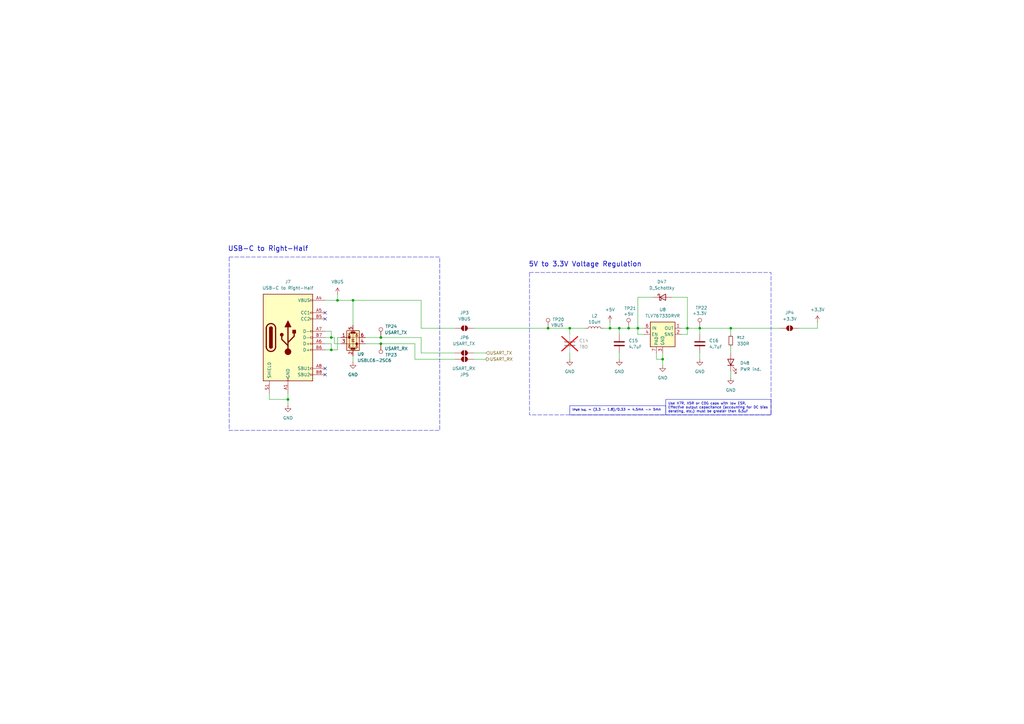
<source format=kicad_sch>
(kicad_sch (version 20250114) (generator "eeschema") (generator_version "9.0")
  (paper "A3")
  (title_block (title "SakurajimaSplit") (date "2025-08-11") (rev "1.0") (company "HayataSama") (comment 1 "https://github.com/HayataSama/SakurajimaSplit"))
  (lib_symbols
    (symbol "Connector:TestPoint" (pin_numbers (hide yes)) (pin_names (offset 0.762) (hide yes))
      (property "Reference" "TP" (at 0 6.858 0))
      (property "Value" "TestPoint" (at 0 5.08 0))
      (symbol "TestPoint_0_1"
        (circle (center 0 3.302) (radius 0.762))
      )
      (symbol "TestPoint_1_1"
        (pin passive line (at 0 0 90) (length 2.54) (name "1") (number "1"))
      )
    )
    (symbol "Connector:USB_C_Receptacle_USB2.0_16P" (pin_names (offset 1.016))
      (property "Reference" "J" (at 0 22.225 0))
      (property "Value" "USB_C_Receptacle_USB2.0_16P" (at 0 19.685 0))
      (symbol "USB_C_Receptacle_USB2.0_16P_0_0"
        (rectangle (start -0.254 -17.78) (end 0.254 -16.764))
        (rectangle (start 10.16 15.494) (end 9.144 14.986))
        (rectangle (start 10.16 10.414) (end 9.144 9.906))
        (rectangle (start 10.16 7.874) (end 9.144 7.366))
        (rectangle (start 10.16 2.794) (end 9.144 2.286))
        (rectangle (start 10.16 0.254) (end 9.144 -0.254))
        (rectangle (start 10.16 -2.286) (end 9.144 -2.794))
        (rectangle (start 10.16 -4.826) (end 9.144 -5.334))
        (rectangle (start 10.16 -12.446) (end 9.144 -12.954))
        (rectangle (start 10.16 -14.986) (end 9.144 -15.494))
      )
      (symbol "USB_C_Receptacle_USB2.0_16P_0_1"
        (rectangle (start -10.16 17.78) (end 10.16 -17.78) (stroke (width 0.254)) (fill (type background)))
        (polyline (pts (xy -8.89 -3.81) (xy -8.89 3.81)) (stroke (width 0.508)))
        (rectangle (start -7.62 -3.81) (end -6.35 3.81) (stroke (width 0.254)) (fill (type outline)))
        (arc (start -7.62 3.81) (mid -6.985 4.4423) (end -6.35 3.81) (stroke (width 0.254)))
        (arc (start -7.62 3.81) (mid -6.985 4.4423) (end -6.35 3.81) (stroke (width 0.254)) (fill (type outline)))
        (arc (start -8.89 3.81) (mid -6.985 5.7067) (end -5.08 3.81) (stroke (width 0.508)))
        (arc (start -5.08 -3.81) (mid -6.985 -5.7067) (end -8.89 -3.81) (stroke (width 0.508)))
        (arc (start -6.35 -3.81) (mid -6.985 -4.4423) (end -7.62 -3.81) (stroke (width 0.254)))
        (arc (start -6.35 -3.81) (mid -6.985 -4.4423) (end -7.62 -3.81) (stroke (width 0.254)) (fill (type outline)))
        (polyline (pts (xy -5.08 3.81) (xy -5.08 -3.81)) (stroke (width 0.508)))
        (circle (center -2.54 1.143) (radius 0.635) (stroke (width 0.254)) (fill (type outline)))
        (polyline (pts (xy -1.27 4.318) (xy 0 6.858) (xy 1.27 4.318) (xy -1.27 4.318)) (stroke (width 0.254)) (fill (type outline)))
        (polyline (pts (xy 0 -2.032) (xy 2.54 0.508) (xy 2.54 1.778)) (stroke (width 0.508)))
        (polyline (pts (xy 0 -3.302) (xy -2.54 -0.762) (xy -2.54 0.508)) (stroke (width 0.508)))
        (polyline (pts (xy 0 -5.842) (xy 0 4.318)) (stroke (width 0.508)))
        (circle (center 0 -5.842) (radius 1.27) (fill (type outline)))
        (rectangle (start 1.905 1.778) (end 3.175 3.048) (stroke (width 0.254)) (fill (type outline)))
      )
      (symbol "USB_C_Receptacle_USB2.0_16P_1_1"
        (pin passive line (at -7.62 -22.86 90) (length 5.08) (name "SHIELD") (number "S1"))
        (pin passive line (at 0 -22.86 90) (length 5.08) (name "GND") (number "A1"))
        (pin passive line (at 0 -22.86 90) (length 5.08) (hide yes) (name "GND") (number "A12"))
        (pin passive line (at 0 -22.86 90) (length 5.08) (hide yes) (name "GND") (number "B1"))
        (pin passive line (at 0 -22.86 90) (length 5.08) (hide yes) (name "GND") (number "B12"))
        (pin passive line (at 15.24 15.24 180) (length 5.08) (name "VBUS") (number "A4"))
        (pin passive line (at 15.24 15.24 180) (length 5.08) (hide yes) (name "VBUS") (number "A9"))
        (pin passive line (at 15.24 15.24 180) (length 5.08) (hide yes) (name "VBUS") (number "B4"))
        (pin passive line (at 15.24 15.24 180) (length 5.08) (hide yes) (name "VBUS") (number "B9"))
        (pin bidirectional line (at 15.24 10.16 180) (length 5.08) (name "CC1") (number "A5"))
        (pin bidirectional line (at 15.24 7.62 180) (length 5.08) (name "CC2") (number "B5"))
        (pin bidirectional line (at 15.24 2.54 180) (length 5.08) (name "D-") (number "A7"))
        (pin bidirectional line (at 15.24 0 180) (length 5.08) (name "D-") (number "B7"))
        (pin bidirectional line (at 15.24 -2.54 180) (length 5.08) (name "D+") (number "A6"))
        (pin bidirectional line (at 15.24 -5.08 180) (length 5.08) (name "D+") (number "B6"))
        (pin bidirectional line (at 15.24 -12.7 180) (length 5.08) (name "SBU1") (number "A8"))
        (pin bidirectional line (at 15.24 -15.24 180) (length 5.08) (name "SBU2") (number "B8"))
      )
    )
    (symbol "Device:C" (pin_numbers (hide yes)) (pin_names (offset 0.254))
      (property "Reference" "C" (at 0.635 2.54 0))
      (property "Value" "C" (at 0.635 -2.54 0))
      (symbol "C_0_1"
        (polyline (pts (xy -2.032 0.762) (xy 2.032 0.762)) (stroke (width 0.508)))
        (polyline (pts (xy -2.032 -0.762) (xy 2.032 -0.762)) (stroke (width 0.508)))
      )
      (symbol "C_1_1"
        (pin passive line (at 0 3.81 270) (length 2.794) (name "~") (number "1"))
        (pin passive line (at 0 -3.81 90) (length 2.794) (name "~") (number "2"))
      )
    )
    (symbol "Device:D_Schottky" (pin_numbers (hide yes)) (pin_names (offset 1.016) (hide yes))
      (property "Reference" "D" (at 0 2.54 0))
      (property "Value" "D_Schottky" (at 0 -2.54 0))
      (symbol "D_Schottky_0_1"
        (polyline (pts (xy -1.905 0.635) (xy -1.905 1.27) (xy -1.27 1.27) (xy -1.27 -1.27) (xy -0.635 -1.27) (xy -0.635 -0.635)) (stroke (width 0.254)))
        (polyline (pts (xy 1.27 1.27) (xy 1.27 -1.27) (xy -1.27 0) (xy 1.27 1.27)) (stroke (width 0.254)))
        (polyline (pts (xy 1.27 0) (xy -1.27 0)))
      )
      (symbol "D_Schottky_1_1"
        (pin passive line (at -3.81 0 0) (length 2.54) (name "K") (number "1"))
        (pin passive line (at 3.81 0 180) (length 2.54) (name "A") (number "2"))
      )
    )
    (symbol "Device:L" (pin_numbers (hide yes)) (pin_names (offset 1.016) (hide yes))
      (property "Reference" "L" (at -1.27 0 90))
      (property "Value" "L" (at 1.905 0 90))
      (symbol "L_0_1"
        (arc (start 0 2.54) (mid 0.6323 1.905) (end 0 1.27))
        (arc (start 0 1.27) (mid 0.6323 0.635) (end 0 0))
        (arc (start 0 0) (mid 0.6323 -0.635) (end 0 -1.27))
        (arc (start 0 -1.27) (mid 0.6323 -1.905) (end 0 -2.54))
      )
      (symbol "L_1_1"
        (pin passive line (at 0 3.81 270) (length 1.27) (name "1") (number "1"))
        (pin passive line (at 0 -3.81 90) (length 1.27) (name "2") (number "2"))
      )
    )
    (symbol "Device:LED" (pin_numbers (hide yes)) (pin_names (offset 1.016) (hide yes))
      (property "Reference" "D" (at 0 2.54 0))
      (property "Value" "LED" (at 0 -2.54 0))
      (symbol "LED_0_1"
        (polyline (pts (xy -3.048 -0.762) (xy -4.572 -2.286) (xy -3.81 -2.286) (xy -4.572 -2.286) (xy -4.572 -1.524)))
        (polyline (pts (xy -1.778 -0.762) (xy -3.302 -2.286) (xy -2.54 -2.286) (xy -3.302 -2.286) (xy -3.302 -1.524)))
        (polyline (pts (xy -1.27 0) (xy 1.27 0)))
        (polyline (pts (xy -1.27 -1.27) (xy -1.27 1.27)) (stroke (width 0.254)))
        (polyline (pts (xy 1.27 -1.27) (xy 1.27 1.27) (xy -1.27 0) (xy 1.27 -1.27)) (stroke (width 0.254)))
      )
      (symbol "LED_1_1"
        (pin passive line (at -3.81 0 0) (length 2.54) (name "K") (number "1"))
        (pin passive line (at 3.81 0 180) (length 2.54) (name "A") (number "2"))
      )
    )
    (symbol "Device:R_Small" (pin_numbers (hide yes)) (pin_names (offset 0.254) (hide yes))
      (property "Reference" "R" (at 0 0 90))
      (property "Value" "R_Small" (at 1.778 0 90))
      (symbol "R_Small_0_1"
        (rectangle (start -0.762 1.778) (end 0.762 -1.778) (stroke (width 0.2032)))
      )
      (symbol "R_Small_1_1"
        (pin passive line (at 0 2.54 270) (length 0.762) (name "~") (number "1"))
        (pin passive line (at 0 -2.54 90) (length 0.762) (name "~") (number "2"))
      )
    )
    (symbol "Jumper:SolderJumper_2_Open" (pin_numbers (hide yes)) (pin_names (offset 0) (hide yes)) (in_bom no)
      (property "Reference" "JP" (at 0 2.032 0))
      (property "Value" "SolderJumper_2_Open" (at 0 -2.54 0))
      (symbol "SolderJumper_2_Open_0_1"
        (polyline (pts (xy -0.254 1.016) (xy -0.254 -1.016)))
        (arc (start -0.254 -1.016) (mid -1.2656 0) (end -0.254 1.016))
        (arc (start -0.254 -1.016) (mid -1.2656 0) (end -0.254 1.016) (fill (type outline)))
        (arc (start 0.254 1.016) (mid 1.2656 0) (end 0.254 -1.016))
        (arc (start 0.254 1.016) (mid 1.2656 0) (end 0.254 -1.016) (fill (type outline)))
        (polyline (pts (xy 0.254 1.016) (xy 0.254 -1.016)))
      )
      (symbol "SolderJumper_2_Open_1_1"
        (pin passive line (at -3.81 0 0) (length 2.54) (name "A") (number "1"))
        (pin passive line (at 3.81 0 180) (length 2.54) (name "B") (number "2"))
      )
    )
    (symbol "Power_Protection:USBLC6-2SC6" (pin_names (hide yes))
      (property "Reference" "U" (at 0.635 5.715 0))
      (property "Value" "USBLC6-2SC6" (at 0.635 3.81 0))
      (symbol "USBLC6-2SC6_0_0"
        (circle (center -1.524 0) (radius 0.0001) (stroke (width 0.508)))
        (circle (center -0.508 2.032) (radius 0.0001) (stroke (width 0.508)))
        (circle (center -0.508 -4.572) (radius 0.0001) (stroke (width 0.508)))
        (circle (center 0.508 2.032) (radius 0.0001) (stroke (width 0.508)))
        (circle (center 0.508 -4.572) (radius 0.0001) (stroke (width 0.508)))
        (circle (center 1.524 -2.54) (radius 0.0001) (stroke (width 0.508)))
      )
      (symbol "USBLC6-2SC6_0_1"
        (polyline (pts (xy -2.54 0) (xy 2.54 0)))
        (polyline (pts (xy -2.54 -2.54) (xy 2.54 -2.54)))
        (polyline (pts (xy -2.032 0.508) (xy -1.016 0.508) (xy -1.524 1.524) (xy -2.032 0.508)))
        (polyline (pts (xy -2.032 -3.048) (xy -1.016 -3.048)))
        (polyline (pts (xy -1.016 1.524) (xy -2.032 1.524)))
        (polyline (pts (xy -1.016 -4.064) (xy -2.032 -4.064) (xy -1.524 -3.048) (xy -1.016 -4.064)))
        (polyline (pts (xy -0.508 -1.143) (xy -0.508 -0.762) (xy 0.508 -0.762)))
        (polyline (pts (xy 0 2.54) (xy -0.508 2.032) (xy 0.508 2.032) (xy 0 1.524) (xy 0 -4.064) (xy -0.508 -4.572) (xy 0.508 -4.572) (xy 0 -5.08)))
        (polyline (pts (xy 0.508 -1.778) (xy -0.508 -1.778) (xy 0 -0.762) (xy 0.508 -1.778)))
        (polyline (pts (xy 1.016 1.524) (xy 2.032 1.524)))
        (polyline (pts (xy 1.016 -3.048) (xy 2.032 -3.048)))
        (polyline (pts (xy 2.032 0.508) (xy 1.016 0.508) (xy 1.524 1.524) (xy 2.032 0.508)))
        (polyline (pts (xy 2.032 -4.064) (xy 1.016 -4.064) (xy 1.524 -3.048) (xy 2.032 -4.064)))
      )
      (symbol "USBLC6-2SC6_1_1"
        (rectangle (start -2.54 2.794) (end 2.54 -5.334) (stroke (width 0.254)) (fill (type background)))
        (polyline (pts (xy -0.508 2.032) (xy -1.524 2.032) (xy -1.524 -4.572) (xy -0.508 -4.572)))
        (polyline (pts (xy 0.508 -4.572) (xy 1.524 -4.572) (xy 1.524 2.032) (xy 0.508 2.032)))
        (pin passive line (at -5.08 0 0) (length 2.54) (name "I/O1") (number "1"))
        (pin passive line (at -5.08 -2.54 0) (length 2.54) (name "I/O2") (number "3"))
        (pin passive line (at 0 5.08 270) (length 2.54) (name "VBUS") (number "5"))
        (pin passive line (at 0 -7.62 90) (length 2.54) (name "GND") (number "2"))
        (pin passive line (at 5.08 0 180) (length 2.54) (name "I/O1") (number "6"))
        (pin passive line (at 5.08 -2.54 180) (length 2.54) (name "I/O2") (number "4"))
      )
    )
    (symbol "Regulator_Linear:TLV76733DRVx"
      (property "Reference" "U" (at 0 8.89 0))
      (property "Value" "TLV76733DRVx" (at 0 6.35 0))
      (symbol "TLV76733DRVx_0_1"
        (rectangle (start -5.08 -5.08) (end 5.08 5.08) (stroke (width 0.254)) (fill (type background)))
      )
      (symbol "TLV76733DRVx_1_1"
        (pin power_in line (at -7.62 2.54 0) (length 2.54) (name "IN") (number "6"))
        (pin input line (at -7.62 0 0) (length 2.54) (name "EN") (number "4"))
        (pin passive line (at -2.54 -7.62 90) (length 2.54) (name "PAD") (number "7"))
        (pin power_in line (at 0 -7.62 90) (length 2.54) (name "GND") (number "3"))
        (pin passive line (at 0 -7.62 90) (length 2.54) (hide yes) (name "GND") (number "5"))
        (pin power_out line (at 7.62 2.54 180) (length 2.54) (name "OUT") (number "1"))
        (pin input line (at 7.62 0 180) (length 2.54) (name "SNS") (number "2"))
      )
    )
    (symbol "power:+3.3V" (power) (pin_numbers (hide yes)) (pin_names (offset 0) (hide yes))
      (property "Value" "+3.3V" (at 0 3.556 0))
      (symbol "+3.3V_0_1"
        (polyline (pts (xy -0.762 1.27) (xy 0 2.54)))
        (polyline (pts (xy 0 2.54) (xy 0.762 1.27)))
        (polyline (pts (xy 0 0) (xy 0 2.54)))
      )
      (symbol "+3.3V_1_1"
        (pin power_in line (at 0 0 90) (length 0) (name "~") (number "1"))
      )
    )
    (symbol "power:+5V" (power) (pin_numbers (hide yes)) (pin_names (offset 0) (hide yes))
      (property "Value" "+5V" (at 0 3.556 0))
      (symbol "+5V_0_1"
        (polyline (pts (xy -0.762 1.27) (xy 0 2.54)))
        (polyline (pts (xy 0 2.54) (xy 0.762 1.27)))
        (polyline (pts (xy 0 0) (xy 0 2.54)))
      )
      (symbol "+5V_1_1"
        (pin power_in line (at 0 0 90) (length 0) (name "~") (number "1"))
      )
    )
    (symbol "power:GND" (power) (pin_numbers (hide yes)) (pin_names (offset 0) (hide yes))
      (property "Value" "GND" (at 0 -3.81 0))
      (symbol "GND_0_1"
        (polyline (pts (xy 0 0) (xy 0 -1.27) (xy 1.27 -1.27) (xy 0 -2.54) (xy -1.27 -1.27) (xy 0 -1.27)))
      )
      (symbol "GND_1_1"
        (pin power_in line (at 0 0 270) (length 0) (name "~") (number "1"))
      )
    )
    (symbol "power:VBUS" (power) (pin_numbers (hide yes)) (pin_names (offset 0) (hide yes))
      (property "Value" "VBUS" (at 0 3.556 0))
      (symbol "VBUS_0_1"
        (polyline (pts (xy -0.762 1.27) (xy 0 2.54)))
        (polyline (pts (xy 0 2.54) (xy 0.762 1.27)))
        (polyline (pts (xy 0 0) (xy 0 2.54)))
      )
      (symbol "VBUS_1_1"
        (pin power_in line (at 0 0 90) (length 0) (name "~") (number "1"))
      )
    )
  )
  (rectangle (start 93.98 105.41) (end 180.34 176.53) (stroke (width 0) (type dash)))
  (rectangle (start 217.17 111.76) (end 316.23 170.18) (stroke (width 0) (type dash)))
  (text "USB-C to Right-Half\n" (at 109.982 102.108 0) (effects (font (size 2 2) (thickness 0.254) (bold yes))))
  (text "5V to 3.3V Voltage Regulation\n" (at 240.03 108.458 0) (effects (font (size 2 2) (thickness 0.254) (bold yes))))
  (text_box "Use X7R, X5R or C0G caps with low ESR.\nEffective output capacitance (accounting for DC bias derating, etc.) must be greater than 0.5uF" (at 273.05 163.83 0) (size 43.18 6.35) (margins 0.9525 0.9525 0.9525 0.9525) (effects (font (size 1 1)) (justify left top)))
  (text_box "I_{PWR ind.} = (3.3 - 1.8)/0.33 = 4.5mA -> 5mA" (at 233.68 166.37 0) (size 39.37 3.81) (margins 0.9525 0.9525 0.9525 0.9525) (effects (font (size 1 1)) (justify left top)))
  (junction (at 254 134.62))
  (junction (at 135.89 143.51))
  (junction (at 299.72 134.62))
  (junction (at 135.89 138.43))
  (junction (at 118.11 163.83))
  (junction (at 257.81 134.62))
  (junction (at 156.21 140.97))
  (junction (at 281.94 134.62))
  (junction (at 250.19 134.62))
  (junction (at 287.02 134.62))
  (junction (at 156.21 138.43))
  (junction (at 261.62 134.62))
  (junction (at 224.79 134.62))
  (junction (at 144.78 123.19))
  (junction (at 271.78 147.32))
  (junction (at 138.43 123.19))
  (junction (at 233.68 134.62))
  (no_connect (at 133.35 151.13))
  (no_connect (at 133.35 153.67))
  (no_connect (at 133.35 130.81))
  (no_connect (at 133.35 128.27))
  (wire (pts (xy 271.78 147.32) (xy 271.78 149.86)))
  (wire (pts (xy 138.43 123.19) (xy 144.78 123.19)))
  (wire (pts (xy 149.86 138.43) (xy 156.21 138.43)))
  (wire (pts (xy 172.72 123.19) (xy 172.72 134.62)))
  (wire (pts (xy 194.31 144.78) (xy 199.39 144.78)))
  (wire (pts (xy 281.94 121.92) (xy 281.94 134.62)))
  (wire (pts (xy 299.72 142.24) (xy 299.72 144.78)))
  (wire (pts (xy 135.89 138.43) (xy 137.16 138.43)))
  (wire (pts (xy 299.72 134.62) (xy 320.04 134.62)))
  (wire (pts (xy 250.19 134.62) (xy 254 134.62)))
  (wire (pts (xy 135.89 143.51) (xy 133.35 143.51)))
  (wire (pts (xy 118.11 166.37) (xy 118.11 163.83)))
  (wire (pts (xy 110.49 161.29) (xy 110.49 163.83)))
  (wire (pts (xy 144.78 123.19) (xy 172.72 123.19)))
  (wire (pts (xy 254 134.62) (xy 254 137.16)))
  (wire (pts (xy 327.66 134.62) (xy 335.28 134.62)))
  (wire (pts (xy 254 134.62) (xy 257.81 134.62)))
  (wire (pts (xy 172.72 134.62) (xy 186.69 134.62)))
  (wire (pts (xy 135.89 140.97) (xy 135.89 143.51)))
  (wire (pts (xy 335.28 132.08) (xy 335.28 134.62)))
  (wire (pts (xy 261.62 121.92) (xy 261.62 134.62)))
  (wire (pts (xy 269.24 147.32) (xy 271.78 147.32)))
  (wire (pts (xy 138.43 120.65) (xy 138.43 123.19)))
  (wire (pts (xy 156.21 140.97) (xy 170.18 140.97)))
  (wire (pts (xy 172.72 144.78) (xy 186.69 144.78)))
  (wire (pts (xy 287.02 137.16) (xy 287.02 134.62)))
  (wire (pts (xy 118.11 163.83) (xy 118.11 161.29)))
  (wire (pts (xy 170.18 147.32) (xy 170.18 140.97)))
  (wire (pts (xy 267.97 121.92) (xy 261.62 121.92)))
  (wire (pts (xy 279.4 137.16) (xy 281.94 137.16)))
  (wire (pts (xy 224.79 134.62) (xy 233.68 134.62)))
  (wire (pts (xy 299.72 152.4) (xy 299.72 154.94)))
  (wire (pts (xy 257.81 134.62) (xy 261.62 134.62)))
  (wire (pts (xy 110.49 163.83) (xy 118.11 163.83)))
  (wire (pts (xy 170.18 147.32) (xy 186.69 147.32)))
  (wire (pts (xy 299.72 134.62) (xy 299.72 137.16)))
  (wire (pts (xy 194.31 134.62) (xy 224.79 134.62)))
  (wire (pts (xy 156.21 138.43) (xy 172.72 138.43)))
  (wire (pts (xy 281.94 137.16) (xy 281.94 134.62)))
  (wire (pts (xy 137.16 140.97) (xy 139.7 140.97)))
  (wire (pts (xy 247.65 134.62) (xy 250.19 134.62)))
  (wire (pts (xy 271.78 144.78) (xy 271.78 147.32)))
  (wire (pts (xy 269.24 144.78) (xy 269.24 147.32)))
  (wire (pts (xy 135.89 143.51) (xy 138.43 143.51)))
  (wire (pts (xy 287.02 144.78) (xy 287.02 147.32)))
  (wire (pts (xy 133.35 140.97) (xy 135.89 140.97)))
  (wire (pts (xy 137.16 138.43) (xy 137.16 140.97)))
  (wire (pts (xy 144.78 123.19) (xy 144.78 133.35)))
  (wire (pts (xy 233.68 134.62) (xy 240.03 134.62)))
  (wire (pts (xy 194.31 147.32) (xy 199.39 147.32)))
  (wire (pts (xy 281.94 134.62) (xy 287.02 134.62)))
  (wire (pts (xy 254 144.78) (xy 254 147.32)))
  (wire (pts (xy 261.62 134.62) (xy 264.16 134.62)))
  (wire (pts (xy 172.72 144.78) (xy 172.72 138.43)))
  (wire (pts (xy 275.59 121.92) (xy 281.94 121.92)))
  (wire (pts (xy 144.78 146.05) (xy 144.78 148.59)))
  (wire (pts (xy 279.4 134.62) (xy 281.94 134.62)))
  (wire (pts (xy 261.62 137.16) (xy 261.62 134.62)))
  (wire (pts (xy 133.35 123.19) (xy 138.43 123.19)))
  (wire (pts (xy 287.02 134.62) (xy 299.72 134.62)))
  (wire (pts (xy 133.35 135.89) (xy 135.89 135.89)))
  (wire (pts (xy 133.35 138.43) (xy 135.89 138.43)))
  (wire (pts (xy 250.19 132.08) (xy 250.19 134.62)))
  (wire (pts (xy 233.68 134.62) (xy 233.68 137.16)))
  (wire (pts (xy 138.43 138.43) (xy 139.7 138.43)))
  (wire (pts (xy 233.68 144.78) (xy 233.68 147.32)))
  (wire (pts (xy 135.89 135.89) (xy 135.89 138.43)))
  (wire (pts (xy 264.16 137.16) (xy 261.62 137.16)))
  (wire (pts (xy 149.86 140.97) (xy 156.21 140.97)))
  (wire (pts (xy 138.43 143.51) (xy 138.43 138.43)))
  (hierarchical_label "USART_RX" (shape output) (at 199.39 147.32 0))
  (hierarchical_label "USART_TX" (shape input) (at 199.39 144.78 0))
  (symbol (lib_id "power:VBUS") (at 138.43 120.65 0) (unit 1)
    (property "Reference" "#PWR047" (effects (hide yes)))
    (property "Value" "VBUS" (at 138.43 115.57 0))
    (property "Description" "Power symbol creates a global label with name \"VBUS\"" (effects (hide yes)))
  )
  (symbol (lib_id "Connector:TestPoint") (at 257.81 134.62 0) (unit 1) (in_bom no)
    (property "Reference" "TP21" (at 256.032 126.492 0) (effects (justify left)))
    (property "Value" "+5V" (at 255.778 128.778 0) (effects (justify left)))
    (property "Footprint" "Hayata_Lib:TestPoint_Pad_Circular_1.3mm" (effects (hide yes)))
    (property "Description" "test point" (effects (hide yes)))
  )
  (symbol (lib_id "power:GND") (at 254 147.32 0) (unit 1)
    (property "Reference" "#PWR051" (effects (hide yes)))
    (property "Value" "GND" (at 254 152.4 0))
    (property "Description" "Power symbol creates a global label with name \"GND\" , ground" (effects (hide yes)))
  )
  (symbol (lib_id "power:GND") (at 118.11 166.37 0) (unit 1)
    (property "Reference" "#PWR056" (effects (hide yes)))
    (property "Value" "GND" (at 118.11 171.45 0))
    (property "Description" "Power symbol creates a global label with name \"GND\" , ground" (effects (hide yes)))
  )
  (symbol (lib_id "Device:R_Small") (at 299.72 139.7 0) (unit 1)
    (property "Reference" "R12" (at 302.26 138.4299 0) (effects (font (size 1.016 1.016)) (justify left)))
    (property "Value" "330R" (at 302.26 140.9699 0) (effects (justify left)))
    (property "Footprint" "Resistor_SMD:R_0603_1608Metric" (effects (hide yes)))
    (property "Description" "Resistor, small symbol" (effects (hide yes)))
    (property "Distributor Link" "https://lionelectronic.ir/products/1182-SER0603F330R" (effects (hide yes)))
    (property "Manufacturer" "VO Sub Brand (ER)" (effects (hide yes)))
    (property "Manufacturer Part No." "SER0603F330R" (effects (hide yes)))
  )
  (symbol (lib_id "power:+3.3V") (at 335.28 132.08 0) (unit 1)
    (property "Reference" "#PWR049" (effects (hide yes)))
    (property "Value" "+3.3V" (at 335.28 127 0))
    (property "Description" "Power symbol creates a global label with name \"+3.3V\"" (effects (hide yes)))
  )
  (symbol (lib_id "Connector:USB_C_Receptacle_USB2.0_16P") (at 118.11 138.43 0) (unit 1)
    (property "Reference" "J7" (at 118.11 115.57 0))
    (property "Value" "USB-C to Right-Half" (at 118.11 118.11 0))
    (property "Footprint" "Connector_USB:USB_C_Receptacle_G-Switch_GT-USB-7010ASV" (effects (hide yes)))
    (property "Datasheet" "https://www.usb.org/sites/default/files/documents/usb_type-c.zip" (effects (hide yes)))
    (property "Description" "USB 2.0-only 16P Type-C Receptacle connector" (effects (hide yes)))
    (property "Distributor Link" "https://lionelectronic.ir/products/3242-GT-USB-7010ASV" (effects (hide yes)))
    (property "Manufacturer" "G-Switch" (effects (hide yes)))
    (property "Manufacturer Part No." "GT-USB-7010ASV" (effects (hide yes)))
  )
  (symbol (lib_id "Device:C") (at 233.68 140.97 0) (unit 1) (dnp yes)
    (property "Reference" "C14" (at 237.49 139.6999 0) (effects (justify left)))
    (property "Value" "TBD" (at 237.49 142.2399 0) (effects (justify left)))
    (property "Footprint" "Capacitor_SMD:C_0805_2012Metric" (effects (hide yes)))
    (property "Description" "Unpolarized capacitor" (effects (hide yes)))
    (property "Distributor Link" "https://lionelectronic.ir/products/4714-GRM21BR61H475KE51L" (effects (hide yes)))
    (property "Manufacturer" "Murata" (effects (hide yes)))
    (property "Manufacturer Part No." "GRM21BR61H475KE51L" (effects (hide yes)))
  )
  (symbol (lib_id "power:GND") (at 144.78 148.59 0) (unit 1)
    (property "Reference" "#PWR053" (effects (hide yes)))
    (property "Value" "GND" (at 144.78 153.67 0))
    (property "Description" "Power symbol creates a global label with name \"GND\" , ground" (effects (hide yes)))
  )
  (symbol (lib_id "Connector:TestPoint") (at 224.79 134.62 0) (unit 1) (in_bom no)
    (property "Reference" "TP20" (at 226.568 131.064 0) (effects (justify left)))
    (property "Value" "VBUS" (at 226.06 133.35 0) (effects (justify left)))
    (property "Footprint" "Hayata_Lib:TestPoint_Pad_Circular_1.3mm" (effects (hide yes)))
    (property "Description" "test point" (effects (hide yes)))
  )
  (symbol (lib_id "Connector:TestPoint") (at 287.02 134.62 0) (unit 1) (in_bom no)
    (property "Reference" "TP22" (at 285.242 126.238 0) (effects (justify left)))
    (property "Value" "+3.3V" (at 283.972 128.524 0) (effects (justify left)))
    (property "Footprint" "Hayata_Lib:TestPoint_Pad_Circular_1.3mm" (effects (hide yes)))
    (property "Description" "test point" (effects (hide yes)))
  )
  (symbol (lib_id "Device:C") (at 254 140.97 0) (unit 1)
    (property "Reference" "C15" (at 257.81 139.6999 0) (effects (justify left)))
    (property "Value" "4.7uF" (at 257.81 142.2399 0) (effects (justify left)))
    (property "Footprint" "Capacitor_SMD:C_0805_2012Metric" (effects (hide yes)))
    (property "Description" "Unpolarized capacitor" (effects (hide yes)))
    (property "Distributor Link" "https://lionelectronic.ir/products/4714-GRM21BR61H475KE51L" (effects (hide yes)))
    (property "Manufacturer" "Murata" (effects (hide yes)))
    (property "Manufacturer Part No." "GRM21BR61H475KE51L" (effects (hide yes)))
  )
  (symbol (lib_id "power:GND") (at 287.02 147.32 0) (unit 1)
    (property "Reference" "#PWR052" (effects (hide yes)))
    (property "Value" "GND" (at 287.02 152.4 0))
    (property "Description" "Power symbol creates a global label with name \"GND\" , ground" (effects (hide yes)))
  )
  (symbol (lib_id "Regulator_Linear:TLV76733DRVx") (at 271.78 137.16 0) (unit 1)
    (property "Reference" "U8" (at 271.78 127 0))
    (property "Value" "TLV76733DRVR" (at 271.78 129.54 0))
    (property "Footprint" "Package_SON:WSON-6-1EP_2x2mm_P0.65mm_EP1x1.6mm_ThermalVias" (effects (hide yes)))
    (property "Datasheet" "www.ti.com/lit/gpn/TLV767" (effects (hide yes)))
    (property "Description" "1A Precision Linear Voltage Regulator, with enable pin, Fixed Output 3.3V, WSON6" (effects (hide yes)))
    (property "Distributor Link" "https://lionelectronic.ir/products/4877-TLV76733DRVR" (effects (hide yes)))
    (property "Manufacturer" "Texas Instruments" (effects (hide yes)))
    (property "Manufacturer Part No." "TLV76733DRVR" (effects (hide yes)))
  )
  (symbol (lib_id "Jumper:SolderJumper_2_Open") (at 190.5 144.78 0) (unit 1) (in_bom no)
    (property "Reference" "JP6" (at 190.5 138.43 0))
    (property "Value" "USART_TX" (at 190.246 140.97 0))
    (property "Footprint" "Jumper:SolderJumper-2_P1.3mm_Open_TrianglePad1.0x1.5mm" (effects (hide yes)))
    (property "Description" "Solder Jumper, 2-pole, open" (effects (hide yes)))
  )
  (symbol (lib_id "Power_Protection:USBLC6-2SC6") (at 144.78 138.43 0) (unit 1)
    (property "Reference" "U9" (at 146.558 145.288 0) (effects (justify left)))
    (property "Value" "USBLC6-2SC6" (at 146.558 147.828 0) (effects (justify left)))
    (property "Footprint" "Package_TO_SOT_SMD:SOT-23-6" (effects (hide yes)))
    (property "Datasheet" "https://www.st.com/resource/en/datasheet/usblc6-2.pdf" (effects (hide yes)))
    (property "Description" "Very low capacitance ESD protection diode, 2 data-line, SOT-23-6" (effects (hide yes)))
    (property "Distributor Link" "https://lionelectronic.ir/products/4780-USBLC6-4SC6" (effects (hide yes)))
    (property "Manufacturer" "STMicroelectronics" (effects (hide yes)))
    (property "Manufacturer Part No." "USBLC6-4SC6" (effects (hide yes)))
  )
  (symbol (lib_id "power:GND") (at 233.68 147.32 0) (unit 1)
    (property "Reference" "#PWR050" (effects (hide yes)))
    (property "Value" "GND" (at 233.68 152.4 0))
    (property "Description" "Power symbol creates a global label with name \"GND\" , ground" (effects (hide yes)))
  )
  (symbol (lib_id "Connector:TestPoint") (at 156.21 140.97 0) (mirror x) (unit 1) (in_bom no)
    (property "Reference" "TP23" (at 157.988 145.542 0) (effects (justify left)))
    (property "Value" "USART_RX" (at 157.734 143.002 0) (effects (justify left)))
    (property "Footprint" "Hayata_Lib:TestPoint_Pad_Circular_1.3mm" (effects (hide yes)))
    (property "Description" "test point" (effects (hide yes)))
  )
  (symbol (lib_id "power:GND") (at 271.78 149.86 0) (unit 1)
    (property "Reference" "#PWR054" (effects (hide yes)))
    (property "Value" "GND" (at 271.78 154.94 0))
    (property "Description" "Power symbol creates a global label with name \"GND\" , ground" (effects (hide yes)))
  )
  (symbol (lib_id "Device:C") (at 287.02 140.97 0) (unit 1)
    (property "Reference" "C16" (at 290.83 139.6999 0) (effects (justify left)))
    (property "Value" "4.7uF" (at 290.83 142.2399 0) (effects (justify left)))
    (property "Footprint" "Capacitor_SMD:C_0805_2012Metric" (effects (hide yes)))
    (property "Description" "Unpolarized capacitor" (effects (hide yes)))
    (property "Distributor Link" "https://lionelectronic.ir/products/4714-GRM21BR61H475KE51L" (effects (hide yes)))
    (property "Manufacturer" "Murata" (effects (hide yes)))
    (property "Manufacturer Part No." "GRM21BR61H475KE51L" (effects (hide yes)))
  )
  (symbol (lib_id "power:+5V") (at 250.19 132.08 0) (unit 1)
    (property "Reference" "#PWR048" (effects (hide yes)))
    (property "Value" "+5V" (at 250.19 127 0))
    (property "Description" "Power symbol creates a global label with name \"+5V\"" (effects (hide yes)))
  )
  (symbol (lib_id "Connector:TestPoint") (at 156.21 138.43 0) (unit 1) (in_bom no)
    (property "Reference" "TP24" (at 157.988 133.858 0) (effects (justify left)))
    (property "Value" "USART_TX" (at 157.734 136.398 0) (effects (justify left)))
    (property "Footprint" "Hayata_Lib:TestPoint_Pad_Circular_1.3mm" (effects (hide yes)))
    (property "Description" "test point" (effects (hide yes)))
  )
  (symbol (lib_id "Device:D_Schottky") (at 271.78 121.92 0) (unit 1)
    (property "Reference" "D47" (at 271.4625 115.57 0))
    (property "Value" "D_Schottky" (at 271.4625 118.11 0))
    (property "Footprint" "Diode_SMD:D_SOD-123" (effects (hide yes)))
    (property "Description" "Schottky diode" (effects (hide yes)))
    (property "Distributor Link" "https://lionelectronic.ir/products/5692-B0530W-7-F" (effects (hide yes)))
    (property "Manufacturer" "Diodes Incorporated" (effects (hide yes)))
    (property "Manufacturer Part No." "B0530W-7-F" (effects (hide yes)))
  )
  (symbol (lib_id "Device:L") (at 243.84 134.62 90) (unit 1)
    (property "Reference" "L2" (at 243.84 129.54 90))
    (property "Value" "10uH" (at 243.84 132.08 90))
    (property "Footprint" "Inductor_SMD:L_1210_3225Metric" (effects (hide yes)))
    (property "Description" "Inductor" (effects (hide yes)))
    (property "Distributor Link" "https://lionelectronic.ir/products/4794-DFE322512F-100M%3DP2" (effects (hide yes)))
    (property "Manufacturer" "Murata" (effects (hide yes)))
    (property "Manufacturer Part No." "DFE322512F-100M" (effects (hide yes)))
  )
  (symbol (lib_id "power:GND") (at 299.72 154.94 0) (unit 1)
    (property "Reference" "#PWR055" (effects (hide yes)))
    (property "Value" "GND" (at 299.72 160.02 0))
    (property "Description" "Power symbol creates a global label with name \"GND\" , ground" (effects (hide yes)))
  )
  (symbol (lib_id "Jumper:SolderJumper_2_Open") (at 323.85 134.62 0) (unit 1) (in_bom no)
    (property "Reference" "JP4" (at 323.85 128.27 0))
    (property "Value" "+3.3V" (at 323.85 130.81 0))
    (property "Footprint" "Jumper:SolderJumper-2_P1.3mm_Open_TrianglePad1.0x1.5mm" (effects (hide yes)))
    (property "Description" "Solder Jumper, 2-pole, open" (effects (hide yes)))
  )
  (symbol (lib_id "Device:LED") (at 299.72 148.59 90) (unit 1)
    (property "Reference" "D48" (at 303.53 148.9074 90) (effects (justify right)))
    (property "Value" "PWR ind." (at 303.53 151.4474 90) (effects (justify right)))
    (property "Footprint" "LED_SMD:LED_0603_1608Metric" (effects (hide yes)))
    (property "Description" "Light emitting diode" (effects (hide yes)))
    (property "Sim.Pins" "1=K 2=A" (effects (hide yes)))
    (property "Distributor Link" "https://lionelectronic.ir/products/2212-XL-1608UGC-04" (effects (hide yes)))
    (property "Manufacturer" "XINGLIGHT" (effects (hide yes)))
    (property "Manufacturer Part No." "XL-1608UGC-04" (effects (hide yes)))
  )
  (symbol (lib_id "Jumper:SolderJumper_2_Open") (at 190.5 134.62 0) (unit 1) (in_bom no)
    (property "Reference" "JP3" (at 190.5 128.27 0))
    (property "Value" "VBUS" (at 190.5 130.81 0))
    (property "Footprint" "Jumper:SolderJumper-2_P1.3mm_Open_TrianglePad1.0x1.5mm" (effects (hide yes)))
    (property "Description" "Solder Jumper, 2-pole, open" (effects (hide yes)))
  )
  (symbol (lib_id "Jumper:SolderJumper_2_Open") (at 190.5 147.32 0) (mirror x) (unit 1) (in_bom no)
    (property "Reference" "JP5" (at 190.5 153.67 0))
    (property "Value" "USART_RX" (at 190.246 151.13 0))
    (property "Footprint" "Jumper:SolderJumper-2_P1.3mm_Open_TrianglePad1.0x1.5mm" (effects (hide yes)))
    (property "Description" "Solder Jumper, 2-pole, open" (effects (hide yes)))
  )
)
</source>
